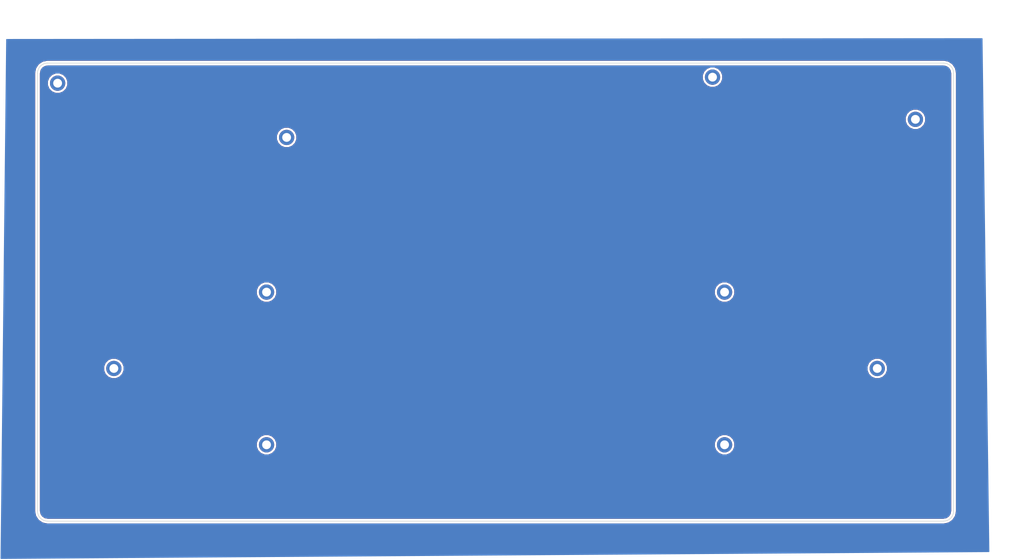
<source format=kicad_pcb>
(kicad_pcb (version 4) (host pcbnew 4.0.7)

  (general
    (links 0)
    (no_connects 0)
    (area 25.085714 29.3 271.400001 158.900001)
    (thickness 1.6)
    (drawings 14)
    (tracks 0)
    (zones 0)
    (modules 10)
    (nets 1)
  )

  (page A4)
  (layers
    (0 F.Cu signal)
    (31 B.Cu signal)
    (32 B.Adhes user)
    (33 F.Adhes user)
    (34 B.Paste user)
    (35 F.Paste user)
    (36 B.SilkS user)
    (37 F.SilkS user)
    (38 B.Mask user)
    (39 F.Mask user)
    (40 Dwgs.User user)
    (41 Cmts.User user hide)
    (42 Eco1.User user)
    (43 Eco2.User user hide)
    (44 Edge.Cuts user)
    (45 Margin user)
    (46 B.CrtYd user)
    (47 F.CrtYd user)
    (48 B.Fab user)
    (49 F.Fab user)
  )

  (setup
    (last_trace_width 0.25)
    (trace_clearance 0.2)
    (zone_clearance 0.508)
    (zone_45_only no)
    (trace_min 0.2)
    (segment_width 0.2)
    (edge_width 0.15)
    (via_size 0.6)
    (via_drill 0.4)
    (via_min_size 0.4)
    (via_min_drill 0.3)
    (uvia_size 0.3)
    (uvia_drill 0.1)
    (uvias_allowed no)
    (uvia_min_size 0.2)
    (uvia_min_drill 0.1)
    (pcb_text_width 0.3)
    (pcb_text_size 1.5 1.5)
    (mod_edge_width 0.15)
    (mod_text_size 1 1)
    (mod_text_width 0.15)
    (pad_size 1.524 1.524)
    (pad_drill 0.762)
    (pad_to_mask_clearance 0)
    (aux_axis_origin 0 0)
    (visible_elements 7FFEEFFF)
    (pcbplotparams
      (layerselection 0x010f0_80000001)
      (usegerberextensions true)
      (excludeedgelayer true)
      (linewidth 0.100000)
      (plotframeref false)
      (viasonmask false)
      (mode 1)
      (useauxorigin false)
      (hpglpennumber 1)
      (hpglpenspeed 20)
      (hpglpendiameter 15)
      (hpglpenoverlay 2)
      (psnegative false)
      (psa4output false)
      (plotreference true)
      (plotvalue true)
      (plotinvisibletext false)
      (padsonsilk false)
      (subtractmaskfromsilk false)
      (outputformat 1)
      (mirror false)
      (drillshape 0)
      (scaleselection 1)
      (outputdirectory bottom/))
  )

  (net 0 "")

  (net_class Default "This is the default net class."
    (clearance 0.2)
    (trace_width 0.25)
    (via_dia 0.6)
    (via_drill 0.4)
    (uvia_dia 0.3)
    (uvia_drill 0.1)
  )

  (module Mounting_Holes:MountingHole_2.2mm_M2_DIN965_Pad (layer F.Cu) (tedit 5B971AF3) (tstamp 5B9721A4)
    (at 243.5 111.5)
    (descr "Mounting Hole 2.2mm, M2, DIN965")
    (tags "mounting hole 2.2mm m2 din965")
    (attr virtual)
    (fp_text reference REF** (at 0 -2.9) (layer F.SilkS) hide
      (effects (font (size 1 1) (thickness 0.15)))
    )
    (fp_text value MountingHole_2.2mm_M2_DIN965_Pad (at 0 2.9) (layer F.Fab)
      (effects (font (size 1 1) (thickness 0.15)))
    )
    (fp_text user %R (at 0.3 0) (layer F.Fab)
      (effects (font (size 1 1) (thickness 0.15)))
    )
    (fp_circle (center 0 0) (end 1.9 0) (layer Cmts.User) (width 0.15))
    (fp_circle (center 0 0) (end 2.15 0) (layer F.CrtYd) (width 0.05))
    (pad 1 thru_hole circle (at 0 0) (size 3.8 3.8) (drill 2.2) (layers *.Cu *.Mask))
  )

  (module Mounting_Holes:MountingHole_2.2mm_M2_DIN965_Pad (layer F.Cu) (tedit 5B971C57) (tstamp 5B972175)
    (at 202.5 39)
    (descr "Mounting Hole 2.2mm, M2, DIN965")
    (tags "mounting hole 2.2mm m2 din965")
    (attr virtual)
    (fp_text reference REF** (at 0 -2.9) (layer F.SilkS) hide
      (effects (font (size 1 1) (thickness 0.15)))
    )
    (fp_text value MountingHole_2.2mm_M2_DIN965_Pad (at 0 2.9) (layer F.Fab)
      (effects (font (size 1 1) (thickness 0.15)))
    )
    (fp_text user %R (at 0.3 0) (layer F.Fab)
      (effects (font (size 1 1) (thickness 0.15)))
    )
    (fp_circle (center 0 0) (end 1.9 0) (layer Cmts.User) (width 0.15))
    (fp_circle (center 0 0) (end 2.15 0) (layer F.CrtYd) (width 0.05))
    (pad 1 thru_hole circle (at 0 0) (size 3.8 3.8) (drill 2.2) (layers *.Cu *.Mask))
  )

  (module Mounting_Holes:MountingHole_2.2mm_M2_DIN965_Pad (layer F.Cu) (tedit 5B97100D) (tstamp 5B97216C)
    (at 96.5 54)
    (descr "Mounting Hole 2.2mm, M2, DIN965")
    (tags "mounting hole 2.2mm m2 din965")
    (attr virtual)
    (fp_text reference REF** (at 0 -2.9) (layer F.SilkS) hide
      (effects (font (size 1 1) (thickness 0.15)))
    )
    (fp_text value MountingHole_2.2mm_M2_DIN965_Pad (at 0 2.9) (layer F.Fab)
      (effects (font (size 1 1) (thickness 0.15)))
    )
    (fp_text user %R (at 0.3 0) (layer F.Fab)
      (effects (font (size 1 1) (thickness 0.15)))
    )
    (fp_circle (center 0 0) (end 1.9 0) (layer Cmts.User) (width 0.15))
    (fp_circle (center 0 0) (end 2.15 0) (layer F.CrtYd) (width 0.05))
    (pad 1 thru_hole circle (at 0 0) (size 3.8 3.8) (drill 2.2) (layers *.Cu *.Mask))
  )

  (module Mounting_Holes:MountingHole_2.2mm_M2_DIN965_Pad (layer F.Cu) (tedit 5B971019) (tstamp 5B972168)
    (at 39.5 40.5)
    (descr "Mounting Hole 2.2mm, M2, DIN965")
    (tags "mounting hole 2.2mm m2 din965")
    (attr virtual)
    (fp_text reference REF** (at 0 -2.9) (layer F.SilkS) hide
      (effects (font (size 1 1) (thickness 0.15)))
    )
    (fp_text value MountingHole_2.2mm_M2_DIN965_Pad (at 0 2.9) (layer F.Fab)
      (effects (font (size 1 1) (thickness 0.15)))
    )
    (fp_text user %R (at 0.3 0) (layer F.Fab)
      (effects (font (size 1 1) (thickness 0.15)))
    )
    (fp_circle (center 0 0) (end 1.9 0) (layer Cmts.User) (width 0.15))
    (fp_circle (center 0 0) (end 2.15 0) (layer F.CrtYd) (width 0.05))
    (pad 1 thru_hole circle (at 0 0) (size 3.8 3.8) (drill 2.2) (layers *.Cu *.Mask))
  )

  (module Mounting_Holes:MountingHole_2.2mm_M2_DIN965_Pad (layer F.Cu) (tedit 5B971AF0) (tstamp 5B972162)
    (at 205.5 92.5)
    (descr "Mounting Hole 2.2mm, M2, DIN965")
    (tags "mounting hole 2.2mm m2 din965")
    (attr virtual)
    (fp_text reference REF** (at 0 -2.9) (layer F.SilkS) hide
      (effects (font (size 1 1) (thickness 0.15)))
    )
    (fp_text value MountingHole_2.2mm_M2_DIN965_Pad (at 0 2.9) (layer F.Fab)
      (effects (font (size 1 1) (thickness 0.15)))
    )
    (fp_text user %R (at 0.3 0) (layer F.Fab)
      (effects (font (size 1 1) (thickness 0.15)))
    )
    (fp_circle (center 0 0) (end 1.9 0) (layer Cmts.User) (width 0.15))
    (fp_circle (center 0 0) (end 2.15 0) (layer F.CrtYd) (width 0.05))
    (pad 1 thru_hole circle (at 0 0) (size 3.8 3.8) (drill 2.2) (layers *.Cu *.Mask))
  )

  (module Mounting_Holes:MountingHole_2.2mm_M2_DIN965_Pad (layer F.Cu) (tedit 5B971AF9) (tstamp 5B97215D)
    (at 91.5 92.5)
    (descr "Mounting Hole 2.2mm, M2, DIN965")
    (tags "mounting hole 2.2mm m2 din965")
    (attr virtual)
    (fp_text reference REF** (at 0 -2.9) (layer F.SilkS) hide
      (effects (font (size 1 1) (thickness 0.15)))
    )
    (fp_text value MountingHole_2.2mm_M2_DIN965_Pad (at 0 2.9) (layer F.Fab)
      (effects (font (size 1 1) (thickness 0.15)))
    )
    (fp_text user %R (at 0.3 0) (layer F.Fab)
      (effects (font (size 1 1) (thickness 0.15)))
    )
    (fp_circle (center 0 0) (end 1.9 0) (layer Cmts.User) (width 0.15))
    (fp_circle (center 0 0) (end 2.15 0) (layer F.CrtYd) (width 0.05))
    (pad 1 thru_hole circle (at 0 0) (size 3.8 3.8) (drill 2.2) (layers *.Cu *.Mask))
  )

  (module Mounting_Holes:MountingHole_2.2mm_M2_DIN965_Pad (layer F.Cu) (tedit 5B971AFE) (tstamp 5B972158)
    (at 53.5 111.5)
    (descr "Mounting Hole 2.2mm, M2, DIN965")
    (tags "mounting hole 2.2mm m2 din965")
    (attr virtual)
    (fp_text reference REF** (at 0 -2.9) (layer F.SilkS) hide
      (effects (font (size 1 1) (thickness 0.15)))
    )
    (fp_text value MountingHole_2.2mm_M2_DIN965_Pad (at 0 2.9) (layer F.Fab)
      (effects (font (size 1 1) (thickness 0.15)))
    )
    (fp_text user %R (at 0.3 0) (layer F.Fab)
      (effects (font (size 1 1) (thickness 0.15)))
    )
    (fp_circle (center 0 0) (end 1.9 0) (layer Cmts.User) (width 0.15))
    (fp_circle (center 0 0) (end 2.15 0) (layer F.CrtYd) (width 0.05))
    (pad 1 thru_hole circle (at 0 0) (size 3.8 3.8) (drill 2.2) (layers *.Cu *.Mask))
  )

  (module Mounting_Holes:MountingHole_2.2mm_M2_DIN965_Pad (layer F.Cu) (tedit 5B971AFB) (tstamp 5B972153)
    (at 91.5 130.5)
    (descr "Mounting Hole 2.2mm, M2, DIN965")
    (tags "mounting hole 2.2mm m2 din965")
    (attr virtual)
    (fp_text reference REF** (at 0 -2.9) (layer F.SilkS) hide
      (effects (font (size 1 1) (thickness 0.15)))
    )
    (fp_text value MountingHole_2.2mm_M2_DIN965_Pad (at 0 2.9) (layer F.Fab)
      (effects (font (size 1 1) (thickness 0.15)))
    )
    (fp_text user %R (at 0.3 0) (layer F.Fab)
      (effects (font (size 1 1) (thickness 0.15)))
    )
    (fp_circle (center 0 0) (end 1.9 0) (layer Cmts.User) (width 0.15))
    (fp_circle (center 0 0) (end 2.15 0) (layer F.CrtYd) (width 0.05))
    (pad 1 thru_hole circle (at 0 0) (size 3.8 3.8) (drill 2.2) (layers *.Cu *.Mask))
  )

  (module Mounting_Holes:MountingHole_2.2mm_M2_DIN965_Pad (layer F.Cu) (tedit 5B971AF5) (tstamp 5B97214E)
    (at 205.5 130.5)
    (descr "Mounting Hole 2.2mm, M2, DIN965")
    (tags "mounting hole 2.2mm m2 din965")
    (attr virtual)
    (fp_text reference REF** (at 0 -2.9) (layer F.SilkS) hide
      (effects (font (size 1 1) (thickness 0.15)))
    )
    (fp_text value MountingHole_2.2mm_M2_DIN965_Pad (at 0 2.9) (layer F.Fab)
      (effects (font (size 1 1) (thickness 0.15)))
    )
    (fp_text user %R (at 0.3 0) (layer F.Fab)
      (effects (font (size 1 1) (thickness 0.15)))
    )
    (fp_circle (center 0 0) (end 1.9 0) (layer Cmts.User) (width 0.15))
    (fp_circle (center 0 0) (end 2.15 0) (layer F.CrtYd) (width 0.05))
    (pad 1 thru_hole circle (at 0 0) (size 3.8 3.8) (drill 2.2) (layers *.Cu *.Mask))
  )

  (module Mounting_Holes:MountingHole_2.2mm_M2_DIN965_Pad (layer F.Cu) (tedit 5B97101E) (tstamp 5B97214A)
    (at 253 49.5)
    (descr "Mounting Hole 2.2mm, M2, DIN965")
    (tags "mounting hole 2.2mm m2 din965")
    (attr virtual)
    (fp_text reference REF** (at 0 -2.9) (layer F.SilkS) hide
      (effects (font (size 1 1) (thickness 0.15)))
    )
    (fp_text value MountingHole_2.2mm_M2_DIN965_Pad (at 0 2.9) (layer F.Fab)
      (effects (font (size 1 1) (thickness 0.15)))
    )
    (fp_text user %R (at 0.3 0) (layer F.Fab)
      (effects (font (size 1 1) (thickness 0.15)))
    )
    (fp_circle (center 0 0) (end 1.9 0) (layer Cmts.User) (width 0.15))
    (fp_circle (center 0 0) (end 2.15 0) (layer F.CrtYd) (width 0.05))
    (pad 1 thru_hole circle (at 0 0) (size 3.8 3.8) (drill 2.2) (layers *.Cu *.Mask))
  )

  (dimension 114 (width 0.3) (layer Dwgs.User)
    (gr_text "114.000 mm" (at 277.35 92.5 90) (layer Dwgs.User)
      (effects (font (size 1.5 1.5) (thickness 0.3)))
    )
    (feature1 (pts (xy 262.5 35.5) (xy 278.7 35.5)))
    (feature2 (pts (xy 262.5 149.5) (xy 278.7 149.5)))
    (crossbar (pts (xy 276 149.5) (xy 276 35.5)))
    (arrow1a (pts (xy 276 35.5) (xy 276.586421 36.626504)))
    (arrow1b (pts (xy 276 35.5) (xy 275.413579 36.626504)))
    (arrow2a (pts (xy 276 149.5) (xy 276.586421 148.373496)))
    (arrow2b (pts (xy 276 149.5) (xy 275.413579 148.373496)))
  )
  (dimension 228 (width 0.3) (layer Dwgs.User)
    (gr_text "228.000 mm" (at 148.5 21.65) (layer Dwgs.User)
      (effects (font (size 1.5 1.5) (thickness 0.3)))
    )
    (feature1 (pts (xy 262.5 35.5) (xy 262.5 20.3)))
    (feature2 (pts (xy 34.5 35.5) (xy 34.5 20.3)))
    (crossbar (pts (xy 34.5 23) (xy 262.5 23)))
    (arrow1a (pts (xy 262.5 23) (xy 261.373496 23.586421)))
    (arrow1b (pts (xy 262.5 23) (xy 261.373496 22.413579)))
    (arrow2a (pts (xy 34.5 23) (xy 35.626504 23.586421)))
    (arrow2b (pts (xy 34.5 23) (xy 35.626504 22.413579)))
  )
  (gr_arc (start 260 147) (end 262.5 147) (angle 90) (layer Edge.Cuts) (width 0.15))
  (gr_line (start 37 149.5) (end 260 149.5) (layer Edge.Cuts) (width 0.15))
  (gr_line (start 34.5 38) (end 34.5 147) (layer Edge.Cuts) (width 0.15))
  (gr_line (start 260 35.5) (end 37 35.5) (layer Edge.Cuts) (width 0.15))
  (gr_line (start 262.5 147) (end 262.5 38) (layer Edge.Cuts) (width 0.15))
  (gr_arc (start 260 38) (end 260 35.5) (angle 90) (layer Edge.Cuts) (width 0.15))
  (gr_arc (start 37 38) (end 34.5 38) (angle 90) (layer Edge.Cuts) (width 0.15))
  (gr_arc (start 37 147) (end 37 149.5) (angle 90) (layer Edge.Cuts) (width 0.15))
  (gr_line (start 262.5 73.5) (end 262.5 35.5) (layer Dwgs.User) (width 0.2))
  (gr_line (start 167.5 35.5) (end 270.5 35.5) (layer Dwgs.User) (width 0.2))
  (gr_line (start 34.5 73.5) (end 34.5 35.5) (layer Dwgs.User) (width 0.2))
  (gr_line (start 167.5 35.5) (end 31 35.5) (layer Dwgs.User) (width 0.2))

  (zone (net 0) (net_name "") (layer B.Cu) (tstamp 0) (hatch edge 0.508)
    (connect_pads (clearance 0.508))
    (min_thickness 0.254)
    (fill yes (arc_segments 16) (thermal_gap 0.508) (thermal_bridge_width 0.508))
    (polygon
      (pts
        (xy 26.7 29.5) (xy 269.7 29.3) (xy 271.4 157.2) (xy 25.3 158.9)
      )
    )
    (filled_polygon
      (pts
        (xy 271.271312 157.073886) (xy 25.428392 158.77211) (xy 26.735045 38) (xy 33.79 38) (xy 33.79 147)
        (xy 33.803642 147.068584) (xy 33.803642 147.138514) (xy 33.993943 148.095223) (xy 34.068907 148.2762) (xy 34.099958 148.351164)
        (xy 34.641889 149.162222) (xy 34.837778 149.35811) (xy 35.648836 149.900042) (xy 35.754851 149.943955) (xy 35.904777 150.006057)
        (xy 36.861486 150.196358) (xy 36.931416 150.196358) (xy 37 150.21) (xy 260 150.21) (xy 260.068584 150.196358)
        (xy 260.138514 150.196358) (xy 261.095223 150.006057) (xy 261.2762 149.931093) (xy 261.351164 149.900042) (xy 262.162222 149.358111)
        (xy 262.35811 149.162222) (xy 262.900042 148.351164) (xy 262.972008 148.177424) (xy 263.006057 148.095223) (xy 263.196358 147.138514)
        (xy 263.196358 147.068584) (xy 263.21 147) (xy 263.21 38) (xy 263.196358 37.931416) (xy 263.196358 37.861486)
        (xy 263.006057 36.904777) (xy 262.900042 36.648837) (xy 262.900042 36.648836) (xy 262.35811 35.837778) (xy 262.292037 35.771705)
        (xy 262.162222 35.641889) (xy 261.351164 35.099958) (xy 261.2762 35.068907) (xy 261.095223 34.993943) (xy 260.138514 34.803642)
        (xy 260.068584 34.803642) (xy 260 34.79) (xy 37 34.79) (xy 36.931416 34.803642) (xy 35.904777 34.993943)
        (xy 35.754851 35.056045) (xy 35.648836 35.099958) (xy 34.837778 35.64189) (xy 34.641889 35.837778) (xy 34.099958 36.648836)
        (xy 34.099958 36.648837) (xy 33.993943 36.904777) (xy 33.803642 37.861486) (xy 33.803642 37.931416) (xy 33.79 38)
        (xy 26.735045 38) (xy 26.825635 29.626897) (xy 269.574678 29.427103)
      )
    )
    (filled_polygon
      (pts
        (xy 260.679682 36.359107) (xy 261.255885 36.744114) (xy 261.640893 37.320319) (xy 261.79 38.069931) (xy 261.79 146.930069)
        (xy 261.640893 147.679681) (xy 261.255885 148.255886) (xy 260.679682 148.640893) (xy 259.930069 148.79) (xy 37.069931 148.79)
        (xy 36.320319 148.640893) (xy 35.744114 148.255885) (xy 35.359107 147.679682) (xy 35.21 146.930069) (xy 35.21 130.020843)
        (xy 88.960138 130.020843) (xy 88.964989 130.51151) (xy 88.964561 131.002031) (xy 88.969968 131.015117) (xy 88.970108 131.029279)
        (xy 89.336839 131.914647) (xy 89.343157 131.918304) (xy 89.349678 131.934086) (xy 90.062163 132.647816) (xy 90.080998 132.655637)
        (xy 90.085353 132.663161) (xy 90.5405 132.846438) (xy 90.993545 133.034559) (xy 91.007704 133.034571) (xy 91.020843 133.039862)
        (xy 91.51151 133.035011) (xy 92.002031 133.035439) (xy 92.015117 133.030032) (xy 92.029279 133.029892) (xy 92.914647 132.663161)
        (xy 92.918304 132.656843) (xy 92.934086 132.650322) (xy 93.647816 131.937837) (xy 93.655637 131.919002) (xy 93.663161 131.914647)
        (xy 93.846438 131.4595) (xy 94.034559 131.006455) (xy 94.034571 130.992296) (xy 94.039862 130.979157) (xy 94.035011 130.48849)
        (xy 94.035419 130.020843) (xy 202.960138 130.020843) (xy 202.964989 130.51151) (xy 202.964561 131.002031) (xy 202.969968 131.015117)
        (xy 202.970108 131.029279) (xy 203.336839 131.914647) (xy 203.343157 131.918304) (xy 203.349678 131.934086) (xy 204.062163 132.647816)
        (xy 204.080998 132.655637) (xy 204.085353 132.663161) (xy 204.5405 132.846438) (xy 204.993545 133.034559) (xy 205.007704 133.034571)
        (xy 205.020843 133.039862) (xy 205.51151 133.035011) (xy 206.002031 133.035439) (xy 206.015117 133.030032) (xy 206.029279 133.029892)
        (xy 206.914647 132.663161) (xy 206.918304 132.656843) (xy 206.934086 132.650322) (xy 207.647816 131.937837) (xy 207.655637 131.919002)
        (xy 207.663161 131.914647) (xy 207.846438 131.4595) (xy 208.034559 131.006455) (xy 208.034571 130.992296) (xy 208.039862 130.979157)
        (xy 208.035011 130.48849) (xy 208.035439 129.997969) (xy 208.030032 129.984883) (xy 208.029892 129.970721) (xy 207.663161 129.085353)
        (xy 207.656843 129.081696) (xy 207.650322 129.065914) (xy 206.937837 128.352184) (xy 206.919002 128.344363) (xy 206.914647 128.336839)
        (xy 206.4595 128.153562) (xy 206.006455 127.965441) (xy 205.992296 127.965429) (xy 205.979157 127.960138) (xy 205.48849 127.964989)
        (xy 204.997969 127.964561) (xy 204.984883 127.969968) (xy 204.970721 127.970108) (xy 204.085353 128.336839) (xy 204.081696 128.343157)
        (xy 204.065914 128.349678) (xy 203.352184 129.062163) (xy 203.344363 129.080998) (xy 203.336839 129.085353) (xy 203.153562 129.5405)
        (xy 202.965441 129.993545) (xy 202.965429 130.007704) (xy 202.960138 130.020843) (xy 94.035419 130.020843) (xy 94.035439 129.997969)
        (xy 94.030032 129.984883) (xy 94.029892 129.970721) (xy 93.663161 129.085353) (xy 93.656843 129.081696) (xy 93.650322 129.065914)
        (xy 92.937837 128.352184) (xy 92.919002 128.344363) (xy 92.914647 128.336839) (xy 92.4595 128.153562) (xy 92.006455 127.965441)
        (xy 91.992296 127.965429) (xy 91.979157 127.960138) (xy 91.48849 127.964989) (xy 90.997969 127.964561) (xy 90.984883 127.969968)
        (xy 90.970721 127.970108) (xy 90.085353 128.336839) (xy 90.081696 128.343157) (xy 90.065914 128.349678) (xy 89.352184 129.062163)
        (xy 89.344363 129.080998) (xy 89.336839 129.085353) (xy 89.153562 129.5405) (xy 88.965441 129.993545) (xy 88.965429 130.007704)
        (xy 88.960138 130.020843) (xy 35.21 130.020843) (xy 35.21 111.020843) (xy 50.960138 111.020843) (xy 50.964989 111.51151)
        (xy 50.964561 112.002031) (xy 50.969968 112.015117) (xy 50.970108 112.029279) (xy 51.336839 112.914647) (xy 51.343157 112.918304)
        (xy 51.349678 112.934086) (xy 52.062163 113.647816) (xy 52.080998 113.655637) (xy 52.085353 113.663161) (xy 52.5405 113.846438)
        (xy 52.993545 114.034559) (xy 53.007704 114.034571) (xy 53.020843 114.039862) (xy 53.51151 114.035011) (xy 54.002031 114.035439)
        (xy 54.015117 114.030032) (xy 54.029279 114.029892) (xy 54.914647 113.663161) (xy 54.918304 113.656843) (xy 54.934086 113.650322)
        (xy 55.647816 112.937837) (xy 55.655637 112.919002) (xy 55.663161 112.914647) (xy 55.846438 112.4595) (xy 56.034559 112.006455)
        (xy 56.034571 111.992296) (xy 56.039862 111.979157) (xy 56.035011 111.48849) (xy 56.035419 111.020843) (xy 240.960138 111.020843)
        (xy 240.964989 111.51151) (xy 240.964561 112.002031) (xy 240.969968 112.015117) (xy 240.970108 112.029279) (xy 241.336839 112.914647)
        (xy 241.343157 112.918304) (xy 241.349678 112.934086) (xy 242.062163 113.647816) (xy 242.080998 113.655637) (xy 242.085353 113.663161)
        (xy 242.5405 113.846438) (xy 242.993545 114.034559) (xy 243.007704 114.034571) (xy 243.020843 114.039862) (xy 243.51151 114.035011)
        (xy 244.002031 114.035439) (xy 244.015117 114.030032) (xy 244.029279 114.029892) (xy 244.914647 113.663161) (xy 244.918304 113.656843)
        (xy 244.934086 113.650322) (xy 245.647816 112.937837) (xy 245.655637 112.919002) (xy 245.663161 112.914647) (xy 245.846438 112.4595)
        (xy 246.034559 112.006455) (xy 246.034571 111.992296) (xy 246.039862 111.979157) (xy 246.035011 111.48849) (xy 246.035439 110.997969)
        (xy 246.030032 110.984883) (xy 246.029892 110.970721) (xy 245.663161 110.085353) (xy 245.656843 110.081696) (xy 245.650322 110.065914)
        (xy 244.937837 109.352184) (xy 244.919002 109.344363) (xy 244.914647 109.336839) (xy 244.4595 109.153562) (xy 244.006455 108.965441)
        (xy 243.992296 108.965429) (xy 243.979157 108.960138) (xy 243.48849 108.964989) (xy 242.997969 108.964561) (xy 242.984883 108.969968)
        (xy 242.970721 108.970108) (xy 242.085353 109.336839) (xy 242.081696 109.343157) (xy 242.065914 109.349678) (xy 241.352184 110.062163)
        (xy 241.344363 110.080998) (xy 241.336839 110.085353) (xy 241.153562 110.5405) (xy 240.965441 110.993545) (xy 240.965429 111.007704)
        (xy 240.960138 111.020843) (xy 56.035419 111.020843) (xy 56.035439 110.997969) (xy 56.030032 110.984883) (xy 56.029892 110.970721)
        (xy 55.663161 110.085353) (xy 55.656843 110.081696) (xy 55.650322 110.065914) (xy 54.937837 109.352184) (xy 54.919002 109.344363)
        (xy 54.914647 109.336839) (xy 54.4595 109.153562) (xy 54.006455 108.965441) (xy 53.992296 108.965429) (xy 53.979157 108.960138)
        (xy 53.48849 108.964989) (xy 52.997969 108.964561) (xy 52.984883 108.969968) (xy 52.970721 108.970108) (xy 52.085353 109.336839)
        (xy 52.081696 109.343157) (xy 52.065914 109.349678) (xy 51.352184 110.062163) (xy 51.344363 110.080998) (xy 51.336839 110.085353)
        (xy 51.153562 110.5405) (xy 50.965441 110.993545) (xy 50.965429 111.007704) (xy 50.960138 111.020843) (xy 35.21 111.020843)
        (xy 35.21 92.020843) (xy 88.960138 92.020843) (xy 88.964989 92.51151) (xy 88.964561 93.002031) (xy 88.969968 93.015117)
        (xy 88.970108 93.029279) (xy 89.336839 93.914647) (xy 89.343157 93.918304) (xy 89.349678 93.934086) (xy 90.062163 94.647816)
        (xy 90.080998 94.655637) (xy 90.085353 94.663161) (xy 90.5405 94.846438) (xy 90.993545 95.034559) (xy 91.007704 95.034571)
        (xy 91.020843 95.039862) (xy 91.51151 95.035011) (xy 92.002031 95.035439) (xy 92.015117 95.030032) (xy 92.029279 95.029892)
        (xy 92.914647 94.663161) (xy 92.918304 94.656843) (xy 92.934086 94.650322) (xy 93.647816 93.937837) (xy 93.655637 93.919002)
        (xy 93.663161 93.914647) (xy 93.846438 93.4595) (xy 94.034559 93.006455) (xy 94.034571 92.992296) (xy 94.039862 92.979157)
        (xy 94.035011 92.48849) (xy 94.035419 92.020843) (xy 202.960138 92.020843) (xy 202.964989 92.51151) (xy 202.964561 93.002031)
        (xy 202.969968 93.015117) (xy 202.970108 93.029279) (xy 203.336839 93.914647) (xy 203.343157 93.918304) (xy 203.349678 93.934086)
        (xy 204.062163 94.647816) (xy 204.080998 94.655637) (xy 204.085353 94.663161) (xy 204.5405 94.846438) (xy 204.993545 95.034559)
        (xy 205.007704 95.034571) (xy 205.020843 95.039862) (xy 205.51151 95.035011) (xy 206.002031 95.035439) (xy 206.015117 95.030032)
        (xy 206.029279 95.029892) (xy 206.914647 94.663161) (xy 206.918304 94.656843) (xy 206.934086 94.650322) (xy 207.647816 93.937837)
        (xy 207.655637 93.919002) (xy 207.663161 93.914647) (xy 207.846438 93.4595) (xy 208.034559 93.006455) (xy 208.034571 92.992296)
        (xy 208.039862 92.979157) (xy 208.035011 92.48849) (xy 208.035439 91.997969) (xy 208.030032 91.984883) (xy 208.029892 91.970721)
        (xy 207.663161 91.085353) (xy 207.656843 91.081696) (xy 207.650322 91.065914) (xy 206.937837 90.352184) (xy 206.919002 90.344363)
        (xy 206.914647 90.336839) (xy 206.4595 90.153562) (xy 206.006455 89.965441) (xy 205.992296 89.965429) (xy 205.979157 89.960138)
        (xy 205.48849 89.964989) (xy 204.997969 89.964561) (xy 204.984883 89.969968) (xy 204.970721 89.970108) (xy 204.085353 90.336839)
        (xy 204.081696 90.343157) (xy 204.065914 90.349678) (xy 203.352184 91.062163) (xy 203.344363 91.080998) (xy 203.336839 91.085353)
        (xy 203.153562 91.5405) (xy 202.965441 91.993545) (xy 202.965429 92.007704) (xy 202.960138 92.020843) (xy 94.035419 92.020843)
        (xy 94.035439 91.997969) (xy 94.030032 91.984883) (xy 94.029892 91.970721) (xy 93.663161 91.085353) (xy 93.656843 91.081696)
        (xy 93.650322 91.065914) (xy 92.937837 90.352184) (xy 92.919002 90.344363) (xy 92.914647 90.336839) (xy 92.4595 90.153562)
        (xy 92.006455 89.965441) (xy 91.992296 89.965429) (xy 91.979157 89.960138) (xy 91.48849 89.964989) (xy 90.997969 89.964561)
        (xy 90.984883 89.969968) (xy 90.970721 89.970108) (xy 90.085353 90.336839) (xy 90.081696 90.343157) (xy 90.065914 90.349678)
        (xy 89.352184 91.062163) (xy 89.344363 91.080998) (xy 89.336839 91.085353) (xy 89.153562 91.5405) (xy 88.965441 91.993545)
        (xy 88.965429 92.007704) (xy 88.960138 92.020843) (xy 35.21 92.020843) (xy 35.21 53.520843) (xy 93.960138 53.520843)
        (xy 93.964989 54.01151) (xy 93.964561 54.502031) (xy 93.969968 54.515117) (xy 93.970108 54.529279) (xy 94.336839 55.414647)
        (xy 94.343157 55.418304) (xy 94.349678 55.434086) (xy 95.062163 56.147816) (xy 95.080998 56.155637) (xy 95.085353 56.163161)
        (xy 95.5405 56.346438) (xy 95.993545 56.534559) (xy 96.007704 56.534571) (xy 96.020843 56.539862) (xy 96.51151 56.535011)
        (xy 97.002031 56.535439) (xy 97.015117 56.530032) (xy 97.029279 56.529892) (xy 97.914647 56.163161) (xy 97.918304 56.156843)
        (xy 97.934086 56.150322) (xy 98.647816 55.437837) (xy 98.655637 55.419002) (xy 98.663161 55.414647) (xy 98.846438 54.9595)
        (xy 99.034559 54.506455) (xy 99.034571 54.492296) (xy 99.039862 54.479157) (xy 99.035011 53.98849) (xy 99.035439 53.497969)
        (xy 99.030032 53.484883) (xy 99.029892 53.470721) (xy 98.663161 52.585353) (xy 98.656843 52.581696) (xy 98.650322 52.565914)
        (xy 97.937837 51.852184) (xy 97.919002 51.844363) (xy 97.914647 51.836839) (xy 97.4595 51.653562) (xy 97.006455 51.465441)
        (xy 96.992296 51.465429) (xy 96.979157 51.460138) (xy 96.48849 51.464989) (xy 95.997969 51.464561) (xy 95.984883 51.469968)
        (xy 95.970721 51.470108) (xy 95.085353 51.836839) (xy 95.081696 51.843157) (xy 95.065914 51.849678) (xy 94.352184 52.562163)
        (xy 94.344363 52.580998) (xy 94.336839 52.585353) (xy 94.153562 53.0405) (xy 93.965441 53.493545) (xy 93.965429 53.507704)
        (xy 93.960138 53.520843) (xy 35.21 53.520843) (xy 35.21 49.020843) (xy 250.460138 49.020843) (xy 250.464989 49.51151)
        (xy 250.464561 50.002031) (xy 250.469968 50.015117) (xy 250.470108 50.029279) (xy 250.836839 50.914647) (xy 250.843157 50.918304)
        (xy 250.849678 50.934086) (xy 251.562163 51.647816) (xy 251.580998 51.655637) (xy 251.585353 51.663161) (xy 252.0405 51.846438)
        (xy 252.493545 52.034559) (xy 252.507704 52.034571) (xy 252.520843 52.039862) (xy 253.01151 52.035011) (xy 253.502031 52.035439)
        (xy 253.515117 52.030032) (xy 253.529279 52.029892) (xy 254.414647 51.663161) (xy 254.418304 51.656843) (xy 254.434086 51.650322)
        (xy 255.147816 50.937837) (xy 255.155637 50.919002) (xy 255.163161 50.914647) (xy 255.346438 50.4595) (xy 255.534559 50.006455)
        (xy 255.534571 49.992296) (xy 255.539862 49.979157) (xy 255.535011 49.48849) (xy 255.535439 48.997969) (xy 255.530032 48.984883)
        (xy 255.529892 48.970721) (xy 255.163161 48.085353) (xy 255.156843 48.081696) (xy 255.150322 48.065914) (xy 254.437837 47.352184)
        (xy 254.419002 47.344363) (xy 254.414647 47.336839) (xy 253.9595 47.153562) (xy 253.506455 46.965441) (xy 253.492296 46.965429)
        (xy 253.479157 46.960138) (xy 252.98849 46.964989) (xy 252.497969 46.964561) (xy 252.484883 46.969968) (xy 252.470721 46.970108)
        (xy 251.585353 47.336839) (xy 251.581696 47.343157) (xy 251.565914 47.349678) (xy 250.852184 48.062163) (xy 250.844363 48.080998)
        (xy 250.836839 48.085353) (xy 250.653562 48.5405) (xy 250.465441 48.993545) (xy 250.465429 49.007704) (xy 250.460138 49.020843)
        (xy 35.21 49.020843) (xy 35.21 40.020843) (xy 36.960138 40.020843) (xy 36.964989 40.51151) (xy 36.964561 41.002031)
        (xy 36.969968 41.015117) (xy 36.970108 41.029279) (xy 37.336839 41.914647) (xy 37.343157 41.918304) (xy 37.349678 41.934086)
        (xy 38.062163 42.647816) (xy 38.080998 42.655637) (xy 38.085353 42.663161) (xy 38.5405 42.846438) (xy 38.993545 43.034559)
        (xy 39.007704 43.034571) (xy 39.020843 43.039862) (xy 39.51151 43.035011) (xy 40.002031 43.035439) (xy 40.015117 43.030032)
        (xy 40.029279 43.029892) (xy 40.914647 42.663161) (xy 40.918304 42.656843) (xy 40.934086 42.650322) (xy 41.647816 41.937837)
        (xy 41.655637 41.919002) (xy 41.663161 41.914647) (xy 41.846438 41.4595) (xy 42.034559 41.006455) (xy 42.034571 40.992296)
        (xy 42.039862 40.979157) (xy 42.035011 40.48849) (xy 42.035439 39.997969) (xy 42.030032 39.984883) (xy 42.029892 39.970721)
        (xy 41.663161 39.085353) (xy 41.656843 39.081696) (xy 41.650322 39.065914) (xy 41.106202 38.520843) (xy 199.960138 38.520843)
        (xy 199.964989 39.01151) (xy 199.964561 39.502031) (xy 199.969968 39.515117) (xy 199.970108 39.529279) (xy 200.336839 40.414647)
        (xy 200.343157 40.418304) (xy 200.349678 40.434086) (xy 201.062163 41.147816) (xy 201.080998 41.155637) (xy 201.085353 41.163161)
        (xy 201.5405 41.346438) (xy 201.993545 41.534559) (xy 202.007704 41.534571) (xy 202.020843 41.539862) (xy 202.51151 41.535011)
        (xy 203.002031 41.535439) (xy 203.015117 41.530032) (xy 203.029279 41.529892) (xy 203.914647 41.163161) (xy 203.918304 41.156843)
        (xy 203.934086 41.150322) (xy 204.647816 40.437837) (xy 204.655637 40.419002) (xy 204.663161 40.414647) (xy 204.846438 39.9595)
        (xy 205.034559 39.506455) (xy 205.034571 39.492296) (xy 205.039862 39.479157) (xy 205.035011 38.98849) (xy 205.035439 38.497969)
        (xy 205.030032 38.484883) (xy 205.029892 38.470721) (xy 204.663161 37.585353) (xy 204.656843 37.581696) (xy 204.650322 37.565914)
        (xy 203.937837 36.852184) (xy 203.919002 36.844363) (xy 203.914647 36.836839) (xy 203.4595 36.653562) (xy 203.006455 36.465441)
        (xy 202.992296 36.465429) (xy 202.979157 36.460138) (xy 202.48849 36.464989) (xy 201.997969 36.464561) (xy 201.984883 36.469968)
        (xy 201.970721 36.470108) (xy 201.085353 36.836839) (xy 201.081696 36.843157) (xy 201.065914 36.849678) (xy 200.352184 37.562163)
        (xy 200.344363 37.580998) (xy 200.336839 37.585353) (xy 200.153562 38.0405) (xy 199.965441 38.493545) (xy 199.965429 38.507704)
        (xy 199.960138 38.520843) (xy 41.106202 38.520843) (xy 40.937837 38.352184) (xy 40.919002 38.344363) (xy 40.914647 38.336839)
        (xy 40.4595 38.153562) (xy 40.006455 37.965441) (xy 39.992296 37.965429) (xy 39.979157 37.960138) (xy 39.48849 37.964989)
        (xy 38.997969 37.964561) (xy 38.984883 37.969968) (xy 38.970721 37.970108) (xy 38.085353 38.336839) (xy 38.081696 38.343157)
        (xy 38.065914 38.349678) (xy 37.352184 39.062163) (xy 37.344363 39.080998) (xy 37.336839 39.085353) (xy 37.153562 39.5405)
        (xy 36.965441 39.993545) (xy 36.965429 40.007704) (xy 36.960138 40.020843) (xy 35.21 40.020843) (xy 35.21 38.069931)
        (xy 35.359107 37.320318) (xy 35.744114 36.744115) (xy 36.320319 36.359107) (xy 37.069931 36.21) (xy 259.930069 36.21)
      )
    )
  )
  (zone (net 0) (net_name "") (layer F.Cu) (tstamp 0) (hatch edge 0.508)
    (connect_pads (clearance 0.508))
    (min_thickness 0.254)
    (fill yes (arc_segments 16) (thermal_gap 0.508) (thermal_bridge_width 0.508))
    (polygon
      (pts
        (xy 27.3 30.1) (xy 268.7 30.5) (xy 270.4 156.7) (xy 26.1 157.8)
      )
    )
    (filled_polygon
      (pts
        (xy 268.574697 30.626793) (xy 270.271286 156.573578) (xy 26.228204 157.672421) (xy 27.352768 38) (xy 33.79 38)
        (xy 33.79 147) (xy 33.803642 147.068584) (xy 33.803642 147.138514) (xy 33.993943 148.095223) (xy 34.068907 148.2762)
        (xy 34.099958 148.351164) (xy 34.641889 149.162222) (xy 34.837778 149.35811) (xy 35.648836 149.900042) (xy 35.754851 149.943955)
        (xy 35.904777 150.006057) (xy 36.861486 150.196358) (xy 36.931416 150.196358) (xy 37 150.21) (xy 260 150.21)
        (xy 260.068584 150.196358) (xy 260.138514 150.196358) (xy 261.095223 150.006057) (xy 261.2762 149.931093) (xy 261.351164 149.900042)
        (xy 262.162222 149.358111) (xy 262.35811 149.162222) (xy 262.900042 148.351164) (xy 262.972008 148.177424) (xy 263.006057 148.095223)
        (xy 263.196358 147.138514) (xy 263.196358 147.068584) (xy 263.21 147) (xy 263.21 38) (xy 263.196358 37.931416)
        (xy 263.196358 37.861486) (xy 263.006057 36.904777) (xy 262.900042 36.648837) (xy 262.900042 36.648836) (xy 262.35811 35.837778)
        (xy 262.292037 35.771705) (xy 262.162222 35.641889) (xy 261.351164 35.099958) (xy 261.2762 35.068907) (xy 261.095223 34.993943)
        (xy 260.138514 34.803642) (xy 260.068584 34.803642) (xy 260 34.79) (xy 37 34.79) (xy 36.931416 34.803642)
        (xy 35.904777 34.993943) (xy 35.754851 35.056045) (xy 35.648836 35.099958) (xy 34.837778 35.64189) (xy 34.641889 35.837778)
        (xy 34.099958 36.648836) (xy 34.099958 36.648837) (xy 33.993943 36.904777) (xy 33.803642 37.861486) (xy 33.803642 37.931416)
        (xy 33.79 38) (xy 27.352768 38) (xy 27.42581 30.227209)
      )
    )
    (filled_polygon
      (pts
        (xy 260.679682 36.359107) (xy 261.255885 36.744114) (xy 261.640893 37.320319) (xy 261.79 38.069931) (xy 261.79 146.930069)
        (xy 261.640893 147.679681) (xy 261.255885 148.255886) (xy 260.679682 148.640893) (xy 259.930069 148.79) (xy 37.069931 148.79)
        (xy 36.320319 148.640893) (xy 35.744114 148.255885) (xy 35.359107 147.679682) (xy 35.21 146.930069) (xy 35.21 130.020843)
        (xy 88.960138 130.020843) (xy 88.964989 130.51151) (xy 88.964561 131.002031) (xy 88.969968 131.015117) (xy 88.970108 131.029279)
        (xy 89.336839 131.914647) (xy 89.343157 131.918304) (xy 89.349678 131.934086) (xy 90.062163 132.647816) (xy 90.080998 132.655637)
        (xy 90.085353 132.663161) (xy 90.5405 132.846438) (xy 90.993545 133.034559) (xy 91.007704 133.034571) (xy 91.020843 133.039862)
        (xy 91.51151 133.035011) (xy 92.002031 133.035439) (xy 92.015117 133.030032) (xy 92.029279 133.029892) (xy 92.914647 132.663161)
        (xy 92.918304 132.656843) (xy 92.934086 132.650322) (xy 93.647816 131.937837) (xy 93.655637 131.919002) (xy 93.663161 131.914647)
        (xy 93.846438 131.4595) (xy 94.034559 131.006455) (xy 94.034571 130.992296) (xy 94.039862 130.979157) (xy 94.035011 130.48849)
        (xy 94.035419 130.020843) (xy 202.960138 130.020843) (xy 202.964989 130.51151) (xy 202.964561 131.002031) (xy 202.969968 131.015117)
        (xy 202.970108 131.029279) (xy 203.336839 131.914647) (xy 203.343157 131.918304) (xy 203.349678 131.934086) (xy 204.062163 132.647816)
        (xy 204.080998 132.655637) (xy 204.085353 132.663161) (xy 204.5405 132.846438) (xy 204.993545 133.034559) (xy 205.007704 133.034571)
        (xy 205.020843 133.039862) (xy 205.51151 133.035011) (xy 206.002031 133.035439) (xy 206.015117 133.030032) (xy 206.029279 133.029892)
        (xy 206.914647 132.663161) (xy 206.918304 132.656843) (xy 206.934086 132.650322) (xy 207.647816 131.937837) (xy 207.655637 131.919002)
        (xy 207.663161 131.914647) (xy 207.846438 131.4595) (xy 208.034559 131.006455) (xy 208.034571 130.992296) (xy 208.039862 130.979157)
        (xy 208.035011 130.48849) (xy 208.035439 129.997969) (xy 208.030032 129.984883) (xy 208.029892 129.970721) (xy 207.663161 129.085353)
        (xy 207.656843 129.081696) (xy 207.650322 129.065914) (xy 206.937837 128.352184) (xy 206.919002 128.344363) (xy 206.914647 128.336839)
        (xy 206.4595 128.153562) (xy 206.006455 127.965441) (xy 205.992296 127.965429) (xy 205.979157 127.960138) (xy 205.48849 127.964989)
        (xy 204.997969 127.964561) (xy 204.984883 127.969968) (xy 204.970721 127.970108) (xy 204.085353 128.336839) (xy 204.081696 128.343157)
        (xy 204.065914 128.349678) (xy 203.352184 129.062163) (xy 203.344363 129.080998) (xy 203.336839 129.085353) (xy 203.153562 129.5405)
        (xy 202.965441 129.993545) (xy 202.965429 130.007704) (xy 202.960138 130.020843) (xy 94.035419 130.020843) (xy 94.035439 129.997969)
        (xy 94.030032 129.984883) (xy 94.029892 129.970721) (xy 93.663161 129.085353) (xy 93.656843 129.081696) (xy 93.650322 129.065914)
        (xy 92.937837 128.352184) (xy 92.919002 128.344363) (xy 92.914647 128.336839) (xy 92.4595 128.153562) (xy 92.006455 127.965441)
        (xy 91.992296 127.965429) (xy 91.979157 127.960138) (xy 91.48849 127.964989) (xy 90.997969 127.964561) (xy 90.984883 127.969968)
        (xy 90.970721 127.970108) (xy 90.085353 128.336839) (xy 90.081696 128.343157) (xy 90.065914 128.349678) (xy 89.352184 129.062163)
        (xy 89.344363 129.080998) (xy 89.336839 129.085353) (xy 89.153562 129.5405) (xy 88.965441 129.993545) (xy 88.965429 130.007704)
        (xy 88.960138 130.020843) (xy 35.21 130.020843) (xy 35.21 111.020843) (xy 50.960138 111.020843) (xy 50.964989 111.51151)
        (xy 50.964561 112.002031) (xy 50.969968 112.015117) (xy 50.970108 112.029279) (xy 51.336839 112.914647) (xy 51.343157 112.918304)
        (xy 51.349678 112.934086) (xy 52.062163 113.647816) (xy 52.080998 113.655637) (xy 52.085353 113.663161) (xy 52.5405 113.846438)
        (xy 52.993545 114.034559) (xy 53.007704 114.034571) (xy 53.020843 114.039862) (xy 53.51151 114.035011) (xy 54.002031 114.035439)
        (xy 54.015117 114.030032) (xy 54.029279 114.029892) (xy 54.914647 113.663161) (xy 54.918304 113.656843) (xy 54.934086 113.650322)
        (xy 55.647816 112.937837) (xy 55.655637 112.919002) (xy 55.663161 112.914647) (xy 55.846438 112.4595) (xy 56.034559 112.006455)
        (xy 56.034571 111.992296) (xy 56.039862 111.979157) (xy 56.035011 111.48849) (xy 56.035419 111.020843) (xy 240.960138 111.020843)
        (xy 240.964989 111.51151) (xy 240.964561 112.002031) (xy 240.969968 112.015117) (xy 240.970108 112.029279) (xy 241.336839 112.914647)
        (xy 241.343157 112.918304) (xy 241.349678 112.934086) (xy 242.062163 113.647816) (xy 242.080998 113.655637) (xy 242.085353 113.663161)
        (xy 242.5405 113.846438) (xy 242.993545 114.034559) (xy 243.007704 114.034571) (xy 243.020843 114.039862) (xy 243.51151 114.035011)
        (xy 244.002031 114.035439) (xy 244.015117 114.030032) (xy 244.029279 114.029892) (xy 244.914647 113.663161) (xy 244.918304 113.656843)
        (xy 244.934086 113.650322) (xy 245.647816 112.937837) (xy 245.655637 112.919002) (xy 245.663161 112.914647) (xy 245.846438 112.4595)
        (xy 246.034559 112.006455) (xy 246.034571 111.992296) (xy 246.039862 111.979157) (xy 246.035011 111.48849) (xy 246.035439 110.997969)
        (xy 246.030032 110.984883) (xy 246.029892 110.970721) (xy 245.663161 110.085353) (xy 245.656843 110.081696) (xy 245.650322 110.065914)
        (xy 244.937837 109.352184) (xy 244.919002 109.344363) (xy 244.914647 109.336839) (xy 244.4595 109.153562) (xy 244.006455 108.965441)
        (xy 243.992296 108.965429) (xy 243.979157 108.960138) (xy 243.48849 108.964989) (xy 242.997969 108.964561) (xy 242.984883 108.969968)
        (xy 242.970721 108.970108) (xy 242.085353 109.336839) (xy 242.081696 109.343157) (xy 242.065914 109.349678) (xy 241.352184 110.062163)
        (xy 241.344363 110.080998) (xy 241.336839 110.085353) (xy 241.153562 110.5405) (xy 240.965441 110.993545) (xy 240.965429 111.007704)
        (xy 240.960138 111.020843) (xy 56.035419 111.020843) (xy 56.035439 110.997969) (xy 56.030032 110.984883) (xy 56.029892 110.970721)
        (xy 55.663161 110.085353) (xy 55.656843 110.081696) (xy 55.650322 110.065914) (xy 54.937837 109.352184) (xy 54.919002 109.344363)
        (xy 54.914647 109.336839) (xy 54.4595 109.153562) (xy 54.006455 108.965441) (xy 53.992296 108.965429) (xy 53.979157 108.960138)
        (xy 53.48849 108.964989) (xy 52.997969 108.964561) (xy 52.984883 108.969968) (xy 52.970721 108.970108) (xy 52.085353 109.336839)
        (xy 52.081696 109.343157) (xy 52.065914 109.349678) (xy 51.352184 110.062163) (xy 51.344363 110.080998) (xy 51.336839 110.085353)
        (xy 51.153562 110.5405) (xy 50.965441 110.993545) (xy 50.965429 111.007704) (xy 50.960138 111.020843) (xy 35.21 111.020843)
        (xy 35.21 92.020843) (xy 88.960138 92.020843) (xy 88.964989 92.51151) (xy 88.964561 93.002031) (xy 88.969968 93.015117)
        (xy 88.970108 93.029279) (xy 89.336839 93.914647) (xy 89.343157 93.918304) (xy 89.349678 93.934086) (xy 90.062163 94.647816)
        (xy 90.080998 94.655637) (xy 90.085353 94.663161) (xy 90.5405 94.846438) (xy 90.993545 95.034559) (xy 91.007704 95.034571)
        (xy 91.020843 95.039862) (xy 91.51151 95.035011) (xy 92.002031 95.035439) (xy 92.015117 95.030032) (xy 92.029279 95.029892)
        (xy 92.914647 94.663161) (xy 92.918304 94.656843) (xy 92.934086 94.650322) (xy 93.647816 93.937837) (xy 93.655637 93.919002)
        (xy 93.663161 93.914647) (xy 93.846438 93.4595) (xy 94.034559 93.006455) (xy 94.034571 92.992296) (xy 94.039862 92.979157)
        (xy 94.035011 92.48849) (xy 94.035419 92.020843) (xy 202.960138 92.020843) (xy 202.964989 92.51151) (xy 202.964561 93.002031)
        (xy 202.969968 93.015117) (xy 202.970108 93.029279) (xy 203.336839 93.914647) (xy 203.343157 93.918304) (xy 203.349678 93.934086)
        (xy 204.062163 94.647816) (xy 204.080998 94.655637) (xy 204.085353 94.663161) (xy 204.5405 94.846438) (xy 204.993545 95.034559)
        (xy 205.007704 95.034571) (xy 205.020843 95.039862) (xy 205.51151 95.035011) (xy 206.002031 95.035439) (xy 206.015117 95.030032)
        (xy 206.029279 95.029892) (xy 206.914647 94.663161) (xy 206.918304 94.656843) (xy 206.934086 94.650322) (xy 207.647816 93.937837)
        (xy 207.655637 93.919002) (xy 207.663161 93.914647) (xy 207.846438 93.4595) (xy 208.034559 93.006455) (xy 208.034571 92.992296)
        (xy 208.039862 92.979157) (xy 208.035011 92.48849) (xy 208.035439 91.997969) (xy 208.030032 91.984883) (xy 208.029892 91.970721)
        (xy 207.663161 91.085353) (xy 207.656843 91.081696) (xy 207.650322 91.065914) (xy 206.937837 90.352184) (xy 206.919002 90.344363)
        (xy 206.914647 90.336839) (xy 206.4595 90.153562) (xy 206.006455 89.965441) (xy 205.992296 89.965429) (xy 205.979157 89.960138)
        (xy 205.48849 89.964989) (xy 204.997969 89.964561) (xy 204.984883 89.969968) (xy 204.970721 89.970108) (xy 204.085353 90.336839)
        (xy 204.081696 90.343157) (xy 204.065914 90.349678) (xy 203.352184 91.062163) (xy 203.344363 91.080998) (xy 203.336839 91.085353)
        (xy 203.153562 91.5405) (xy 202.965441 91.993545) (xy 202.965429 92.007704) (xy 202.960138 92.020843) (xy 94.035419 92.020843)
        (xy 94.035439 91.997969) (xy 94.030032 91.984883) (xy 94.029892 91.970721) (xy 93.663161 91.085353) (xy 93.656843 91.081696)
        (xy 93.650322 91.065914) (xy 92.937837 90.352184) (xy 92.919002 90.344363) (xy 92.914647 90.336839) (xy 92.4595 90.153562)
        (xy 92.006455 89.965441) (xy 91.992296 89.965429) (xy 91.979157 89.960138) (xy 91.48849 89.964989) (xy 90.997969 89.964561)
        (xy 90.984883 89.969968) (xy 90.970721 89.970108) (xy 90.085353 90.336839) (xy 90.081696 90.343157) (xy 90.065914 90.349678)
        (xy 89.352184 91.062163) (xy 89.344363 91.080998) (xy 89.336839 91.085353) (xy 89.153562 91.5405) (xy 88.965441 91.993545)
        (xy 88.965429 92.007704) (xy 88.960138 92.020843) (xy 35.21 92.020843) (xy 35.21 53.520843) (xy 93.960138 53.520843)
        (xy 93.964989 54.01151) (xy 93.964561 54.502031) (xy 93.969968 54.515117) (xy 93.970108 54.529279) (xy 94.336839 55.414647)
        (xy 94.343157 55.418304) (xy 94.349678 55.434086) (xy 95.062163 56.147816) (xy 95.080998 56.155637) (xy 95.085353 56.163161)
        (xy 95.5405 56.346438) (xy 95.993545 56.534559) (xy 96.007704 56.534571) (xy 96.020843 56.539862) (xy 96.51151 56.535011)
        (xy 97.002031 56.535439) (xy 97.015117 56.530032) (xy 97.029279 56.529892) (xy 97.914647 56.163161) (xy 97.918304 56.156843)
        (xy 97.934086 56.150322) (xy 98.647816 55.437837) (xy 98.655637 55.419002) (xy 98.663161 55.414647) (xy 98.846438 54.9595)
        (xy 99.034559 54.506455) (xy 99.034571 54.492296) (xy 99.039862 54.479157) (xy 99.035011 53.98849) (xy 99.035439 53.497969)
        (xy 99.030032 53.484883) (xy 99.029892 53.470721) (xy 98.663161 52.585353) (xy 98.656843 52.581696) (xy 98.650322 52.565914)
        (xy 97.937837 51.852184) (xy 97.919002 51.844363) (xy 97.914647 51.836839) (xy 97.4595 51.653562) (xy 97.006455 51.465441)
        (xy 96.992296 51.465429) (xy 96.979157 51.460138) (xy 96.48849 51.464989) (xy 95.997969 51.464561) (xy 95.984883 51.469968)
        (xy 95.970721 51.470108) (xy 95.085353 51.836839) (xy 95.081696 51.843157) (xy 95.065914 51.849678) (xy 94.352184 52.562163)
        (xy 94.344363 52.580998) (xy 94.336839 52.585353) (xy 94.153562 53.0405) (xy 93.965441 53.493545) (xy 93.965429 53.507704)
        (xy 93.960138 53.520843) (xy 35.21 53.520843) (xy 35.21 49.020843) (xy 250.460138 49.020843) (xy 250.464989 49.51151)
        (xy 250.464561 50.002031) (xy 250.469968 50.015117) (xy 250.470108 50.029279) (xy 250.836839 50.914647) (xy 250.843157 50.918304)
        (xy 250.849678 50.934086) (xy 251.562163 51.647816) (xy 251.580998 51.655637) (xy 251.585353 51.663161) (xy 252.0405 51.846438)
        (xy 252.493545 52.034559) (xy 252.507704 52.034571) (xy 252.520843 52.039862) (xy 253.01151 52.035011) (xy 253.502031 52.035439)
        (xy 253.515117 52.030032) (xy 253.529279 52.029892) (xy 254.414647 51.663161) (xy 254.418304 51.656843) (xy 254.434086 51.650322)
        (xy 255.147816 50.937837) (xy 255.155637 50.919002) (xy 255.163161 50.914647) (xy 255.346438 50.4595) (xy 255.534559 50.006455)
        (xy 255.534571 49.992296) (xy 255.539862 49.979157) (xy 255.535011 49.48849) (xy 255.535439 48.997969) (xy 255.530032 48.984883)
        (xy 255.529892 48.970721) (xy 255.163161 48.085353) (xy 255.156843 48.081696) (xy 255.150322 48.065914) (xy 254.437837 47.352184)
        (xy 254.419002 47.344363) (xy 254.414647 47.336839) (xy 253.9595 47.153562) (xy 253.506455 46.965441) (xy 253.492296 46.965429)
        (xy 253.479157 46.960138) (xy 252.98849 46.964989) (xy 252.497969 46.964561) (xy 252.484883 46.969968) (xy 252.470721 46.970108)
        (xy 251.585353 47.336839) (xy 251.581696 47.343157) (xy 251.565914 47.349678) (xy 250.852184 48.062163) (xy 250.844363 48.080998)
        (xy 250.836839 48.085353) (xy 250.653562 48.5405) (xy 250.465441 48.993545) (xy 250.465429 49.007704) (xy 250.460138 49.020843)
        (xy 35.21 49.020843) (xy 35.21 40.020843) (xy 36.960138 40.020843) (xy 36.964989 40.51151) (xy 36.964561 41.002031)
        (xy 36.969968 41.015117) (xy 36.970108 41.029279) (xy 37.336839 41.914647) (xy 37.343157 41.918304) (xy 37.349678 41.934086)
        (xy 38.062163 42.647816) (xy 38.080998 42.655637) (xy 38.085353 42.663161) (xy 38.5405 42.846438) (xy 38.993545 43.034559)
        (xy 39.007704 43.034571) (xy 39.020843 43.039862) (xy 39.51151 43.035011) (xy 40.002031 43.035439) (xy 40.015117 43.030032)
        (xy 40.029279 43.029892) (xy 40.914647 42.663161) (xy 40.918304 42.656843) (xy 40.934086 42.650322) (xy 41.647816 41.937837)
        (xy 41.655637 41.919002) (xy 41.663161 41.914647) (xy 41.846438 41.4595) (xy 42.034559 41.006455) (xy 42.034571 40.992296)
        (xy 42.039862 40.979157) (xy 42.035011 40.48849) (xy 42.035439 39.997969) (xy 42.030032 39.984883) (xy 42.029892 39.970721)
        (xy 41.663161 39.085353) (xy 41.656843 39.081696) (xy 41.650322 39.065914) (xy 41.106202 38.520843) (xy 199.960138 38.520843)
        (xy 199.964989 39.01151) (xy 199.964561 39.502031) (xy 199.969968 39.515117) (xy 199.970108 39.529279) (xy 200.336839 40.414647)
        (xy 200.343157 40.418304) (xy 200.349678 40.434086) (xy 201.062163 41.147816) (xy 201.080998 41.155637) (xy 201.085353 41.163161)
        (xy 201.5405 41.346438) (xy 201.993545 41.534559) (xy 202.007704 41.534571) (xy 202.020843 41.539862) (xy 202.51151 41.535011)
        (xy 203.002031 41.535439) (xy 203.015117 41.530032) (xy 203.029279 41.529892) (xy 203.914647 41.163161) (xy 203.918304 41.156843)
        (xy 203.934086 41.150322) (xy 204.647816 40.437837) (xy 204.655637 40.419002) (xy 204.663161 40.414647) (xy 204.846438 39.9595)
        (xy 205.034559 39.506455) (xy 205.034571 39.492296) (xy 205.039862 39.479157) (xy 205.035011 38.98849) (xy 205.035439 38.497969)
        (xy 205.030032 38.484883) (xy 205.029892 38.470721) (xy 204.663161 37.585353) (xy 204.656843 37.581696) (xy 204.650322 37.565914)
        (xy 203.937837 36.852184) (xy 203.919002 36.844363) (xy 203.914647 36.836839) (xy 203.4595 36.653562) (xy 203.006455 36.465441)
        (xy 202.992296 36.465429) (xy 202.979157 36.460138) (xy 202.48849 36.464989) (xy 201.997969 36.464561) (xy 201.984883 36.469968)
        (xy 201.970721 36.470108) (xy 201.085353 36.836839) (xy 201.081696 36.843157) (xy 201.065914 36.849678) (xy 200.352184 37.562163)
        (xy 200.344363 37.580998) (xy 200.336839 37.585353) (xy 200.153562 38.0405) (xy 199.965441 38.493545) (xy 199.965429 38.507704)
        (xy 199.960138 38.520843) (xy 41.106202 38.520843) (xy 40.937837 38.352184) (xy 40.919002 38.344363) (xy 40.914647 38.336839)
        (xy 40.4595 38.153562) (xy 40.006455 37.965441) (xy 39.992296 37.965429) (xy 39.979157 37.960138) (xy 39.48849 37.964989)
        (xy 38.997969 37.964561) (xy 38.984883 37.969968) (xy 38.970721 37.970108) (xy 38.085353 38.336839) (xy 38.081696 38.343157)
        (xy 38.065914 38.349678) (xy 37.352184 39.062163) (xy 37.344363 39.080998) (xy 37.336839 39.085353) (xy 37.153562 39.5405)
        (xy 36.965441 39.993545) (xy 36.965429 40.007704) (xy 36.960138 40.020843) (xy 35.21 40.020843) (xy 35.21 38.069931)
        (xy 35.359107 37.320318) (xy 35.744114 36.744115) (xy 36.320319 36.359107) (xy 37.069931 36.21) (xy 259.930069 36.21)
      )
    )
  )
)

</source>
